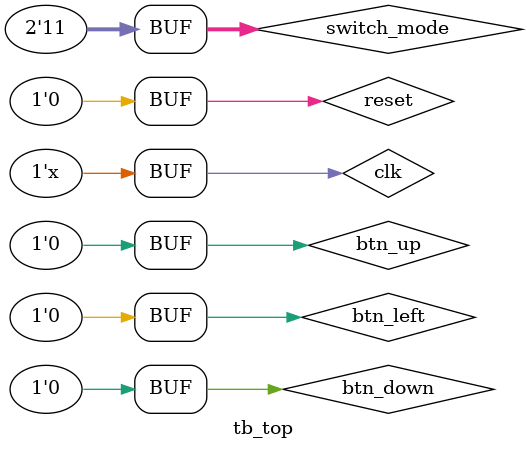
<source format=v>
`timescale 1ns / 1ps

module tb_top();

    reg clk, reset, btn_left, btn_up, btn_down;
    reg [1:0] switch_mode;
    wire [3:0] fnd_comm;
    wire [7:0] fnd_font;
    wire [3:0] led;

    top_stopwatch dut(
    .clk(clk),
    .reset(reset),
    .switch_mode(switch_mode),
    .btn_left(btn_left),
    .btn_up(btn_up),
    .btn_down(btn_down),
    .fnd_comm(fnd_comm),
    .fnd_font(fnd_font),
    .led(led)
    );

    always #5 clk = ~clk;
    initial begin
        clk = 0;
        reset = 1;
        btn_left = 1'b0;
        btn_down = 1'b0;
        btn_up = 1'b0;

        #10;
        reset = 0;
        
      #10;
        switch_mode = 2'b11;

    #10000000;
        btn_down = 1'b1;
    #10000000;
        btn_down = 1'b0;
    #10000000;
        btn_down = 1'b1;
    #10000000;
        btn_down = 1'b0;
    end 
endmodule

</source>
